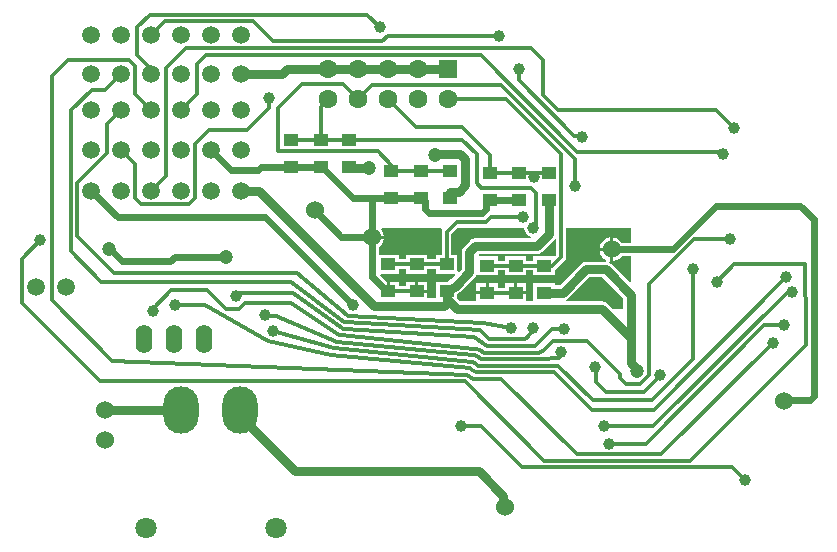
<source format=gbl>
G04*
G04 #@! TF.GenerationSoftware,Altium Limited,Altium Designer,21.8.1 (53)*
G04*
G04 Layer_Physical_Order=2*
G04 Layer_Color=16711680*
%FSLAX44Y44*%
%MOMM*%
G71*
G04*
G04 #@! TF.SameCoordinates,C4D929B5-7D41-4403-8FE4-D3E0D308529A*
G04*
G04*
G04 #@! TF.FilePolarity,Positive*
G04*
G01*
G75*
%ADD11C,0.3000*%
%ADD29R,1.3000X1.1000*%
%ADD35C,0.8000*%
%ADD36C,0.6000*%
%ADD40C,1.8000*%
%ADD41O,3.0000X4.0000*%
%ADD42C,1.6000*%
%ADD43R,1.6000X1.6000*%
%ADD44O,1.4000X2.4000*%
%ADD45C,1.5240*%
%ADD46C,1.5000*%
%ADD47C,1.0000*%
%ADD48C,1.2000*%
G36*
X925830Y942908D02*
X917791D01*
X917450Y943498D01*
X915558Y945390D01*
X913242Y946728D01*
X910658Y947420D01*
X910590D01*
Y937260D01*
Y927100D01*
X910658D01*
X913242Y927792D01*
X915558Y929130D01*
X917450Y931022D01*
X917791Y931611D01*
X925830D01*
Y909640D01*
X924657Y909154D01*
X908904Y924906D01*
X907538Y925955D01*
X907982Y927100D01*
X908050D01*
Y935990D01*
X899160D01*
Y935922D01*
X899852Y933338D01*
X901190Y931022D01*
X903082Y929130D01*
X905007Y928018D01*
X904591Y926792D01*
X904240Y926838D01*
X887984D01*
X886277Y926614D01*
X884686Y925955D01*
X883320Y924906D01*
X865370Y906956D01*
X861210D01*
Y908400D01*
X843130D01*
Y893056D01*
X837080D01*
Y899090D01*
X828040D01*
Y900360D01*
X826770D01*
Y908400D01*
X819000D01*
Y904479D01*
X812950D01*
Y908400D01*
X805180D01*
Y900360D01*
X803910D01*
Y899090D01*
X794870D01*
Y893056D01*
X780988D01*
X778660Y895385D01*
Y899463D01*
X781013Y900947D01*
X781577Y901415D01*
X782158Y901862D01*
X793588Y913292D01*
X794637Y914658D01*
X794911Y915320D01*
X812950D01*
Y919241D01*
X819000D01*
Y915320D01*
X837080D01*
Y919241D01*
X843130D01*
Y915320D01*
X861210D01*
Y919834D01*
X862128Y920447D01*
X869561Y927880D01*
X870454Y929216D01*
X870767Y930793D01*
Y955040D01*
X925830D01*
Y942908D01*
D02*
G37*
G36*
X765825Y953995D02*
X765804Y953770D01*
X765501Y952246D01*
Y932600D01*
X760580D01*
Y928679D01*
X757018D01*
X756666Y928749D01*
X753260D01*
Y932670D01*
X735180D01*
Y928749D01*
X729130D01*
Y932670D01*
X712234D01*
Y938782D01*
X712823Y939122D01*
X714715Y941014D01*
X716053Y943331D01*
X716745Y945915D01*
Y945982D01*
X706585D01*
Y948522D01*
X716745D01*
Y948590D01*
X716053Y951174D01*
X714715Y953491D01*
X714339Y953867D01*
X714825Y955040D01*
X765160D01*
X765825Y953995D01*
D02*
G37*
G36*
X862529Y945665D02*
Y932499D01*
X862144Y932114D01*
X861210Y931400D01*
Y931400D01*
X861210Y931400D01*
X843130D01*
Y927479D01*
X837080D01*
Y931400D01*
X819000D01*
Y927479D01*
X812950D01*
Y931400D01*
X797562D01*
X796928Y932670D01*
X797329Y933204D01*
X845820D01*
X847527Y933428D01*
X849118Y934087D01*
X850484Y935136D01*
X860644Y945296D01*
X861259Y946096D01*
X862529Y945665D01*
D02*
G37*
G36*
X835232Y954301D02*
X835746Y952384D01*
X836739Y950664D01*
X838142Y949260D01*
X839862Y948268D01*
X841302Y947882D01*
X841867Y946794D01*
X841895Y946484D01*
X841837Y946396D01*
X794004D01*
X792297Y946172D01*
X790706Y945513D01*
X789340Y944464D01*
X784260Y939384D01*
X783211Y938018D01*
X782552Y936427D01*
X782328Y934720D01*
Y920688D01*
X779833Y918194D01*
X778660Y918680D01*
Y932600D01*
X773739D01*
Y950540D01*
X778239Y955040D01*
X835232D01*
Y954301D01*
D02*
G37*
G36*
X756736Y920441D02*
X760580D01*
Y916520D01*
X776500D01*
X776986Y915347D01*
X773351Y911712D01*
X770002Y909600D01*
X760580D01*
Y896186D01*
X753260D01*
Y900360D01*
X744220D01*
Y901630D01*
X742950D01*
Y909670D01*
X735180D01*
Y905749D01*
X729130D01*
Y909670D01*
X721360D01*
Y901630D01*
X718820D01*
Y909888D01*
X713388Y915320D01*
X713914Y916590D01*
X729130D01*
Y920511D01*
X735180D01*
Y916590D01*
X753260D01*
Y920511D01*
X756384D01*
X756736Y920441D01*
D02*
G37*
G36*
X918980Y896174D02*
Y886460D01*
X910775D01*
X906110Y891124D01*
X904744Y892173D01*
X903153Y892832D01*
X901446Y893056D01*
X870878D01*
X870626Y894326D01*
X871400Y894647D01*
X872766Y895695D01*
X890716Y913646D01*
X901508D01*
X918980Y896174D01*
D02*
G37*
%LPC*%
G36*
X908050Y947420D02*
X907982D01*
X905398Y946728D01*
X903082Y945390D01*
X901190Y943498D01*
X899852Y941182D01*
X899160Y938598D01*
Y938530D01*
X908050D01*
Y947420D01*
D02*
G37*
G36*
X837080Y908400D02*
X829310D01*
Y901630D01*
X837080D01*
Y908400D01*
D02*
G37*
G36*
X802640D02*
X794870D01*
Y901630D01*
X802640D01*
Y908400D01*
D02*
G37*
G36*
X753260Y909670D02*
X745490D01*
Y902900D01*
X753260D01*
Y909670D01*
D02*
G37*
%LPD*%
D11*
X1073730Y868659D02*
G03*
X1073730Y868704I-3000J0D01*
G01*
X409956Y891794D02*
Y929354D01*
Y891794D02*
X476250Y825500D01*
X785114D01*
X539750Y890270D02*
X564778D01*
X565476Y889866D01*
X618555Y859132D01*
X582930Y886460D02*
X593918D01*
X536702Y902462D02*
X566928D01*
X582930Y886460D01*
X598998Y891540D02*
X638335D01*
X593918Y886460D02*
X598998Y891540D01*
X638335D02*
X678666Y864673D01*
X615950Y881380D02*
X616560Y880770D01*
X625450D01*
X591566Y897890D02*
X593701Y900025D01*
X640034D02*
X680927Y870284D01*
X593701Y900025D02*
X640034D01*
X674426Y853206D02*
X790995Y842036D01*
X622300Y868172D02*
X674426Y853206D01*
X833683Y752547D02*
X1011737D01*
X798690Y787540D02*
X833683Y752547D01*
X782180Y787540D02*
X798690D01*
X877741Y1033258D02*
X883172D01*
X830839Y1080160D02*
X877741Y1033258D01*
X883172D02*
X884174Y1032256D01*
X792906Y847419D02*
X795453Y846590D01*
X794794Y852901D02*
X797624Y852213D01*
X792975Y853116D02*
X794794Y852901D01*
X680646Y864297D02*
X792975Y853116D01*
X683478Y869710D02*
X793157Y862718D01*
X683210Y875853D02*
X683884Y875377D01*
X684302Y875250D01*
X681879Y869837D02*
X683478Y869710D01*
X789345Y836496D02*
X791286Y835227D01*
X792284Y847576D02*
X792906Y847419D01*
X797846Y868864D02*
X798214Y868495D01*
X680927Y870284D02*
X681879Y869837D01*
X486547Y842889D02*
X786967Y831040D01*
X792073Y827628D01*
X672226Y847617D02*
X789345Y836496D01*
X618555Y859132D02*
X672226Y847617D01*
X793157Y862718D02*
X803545Y855330D01*
X792073Y827628D02*
X792983Y827628D01*
X791286Y835227D02*
X794367Y833168D01*
X684302Y875250D02*
X797846Y868864D01*
X676561Y858872D02*
X792284Y847576D01*
X679405Y864477D02*
X680646Y864297D01*
X685471Y881484D02*
X686305Y880790D01*
X800140Y874404D02*
X824288Y870862D01*
X686305Y880790D02*
X800140Y874404D01*
X678666Y864673D02*
X679405Y864477D01*
X435356Y894080D02*
X486547Y842889D01*
X790995Y842036D02*
X793593Y840759D01*
X798214Y868495D02*
X805840Y860870D01*
X797624Y852213D02*
X801251Y849789D01*
X824288Y870862D02*
X824588D01*
X642874Y916940D02*
X685471Y881484D01*
X793593Y840759D02*
X796661Y838709D01*
X792983Y827628D02*
X815933Y827628D01*
X795453Y846590D02*
X798956Y844249D01*
X638256Y909692D02*
X683210Y875853D01*
X625450Y880770D02*
X676561Y858872D01*
X785114Y825500D02*
X852527Y758087D01*
X477402Y909692D02*
X638256D01*
X488188Y916940D02*
X642874D01*
X435356Y894080D02*
Y1083818D01*
X1073730Y856306D02*
Y868659D01*
X847210Y849789D02*
X851532Y850668D01*
X801251Y849789D02*
X847210D01*
X796661Y838709D02*
X864233Y838708D01*
X803545Y855330D02*
X844915Y855329D01*
X864479Y845127D02*
X866553Y847202D01*
X794367Y833168D02*
X860707Y833168D01*
X798956Y844249D02*
X849505D01*
X845794Y856208D02*
X859282Y869696D01*
X860707Y833168D02*
X893013Y800862D01*
X851532Y850668D02*
X860147Y859282D01*
X844915Y855329D02*
X845794Y856208D01*
X864233Y838708D02*
X893708Y809234D01*
X815933Y827628D02*
X816812Y826749D01*
X879934Y763628D01*
X849505Y844249D02*
X864479Y845127D01*
X936849Y816356D02*
X950516Y830024D01*
Y831010D01*
X903224Y787400D02*
X944626D01*
X906780Y772668D02*
X938104D01*
X978540Y844481D02*
Y920120D01*
X941324Y907542D02*
X979302Y945520D01*
X1010036D01*
X975511Y758087D02*
X1073730Y856306D01*
X1072896Y924560D02*
X1073730Y868704D01*
X944880Y800862D02*
X1057402Y913384D01*
X944626Y787400D02*
X1058672Y901446D01*
X1062228D01*
X1012952Y924560D02*
X1072896D01*
X852527Y758087D02*
X975511D01*
X1011737Y752547D02*
X1022604Y741680D01*
X896214Y824890D02*
Y836906D01*
X895350Y837770D02*
X896214Y836906D01*
X938104Y772668D02*
X1038564Y873128D01*
X879934Y763628D02*
X951588D01*
X893013Y800862D02*
X944880D01*
X951588Y763628D02*
X1045972Y858012D01*
X896214Y824890D02*
X904748Y816356D01*
X769620Y952246D02*
X778074Y960700D01*
X803035D02*
X807281Y964946D01*
X834136D01*
X778074Y960700D02*
X803035D01*
X842772Y955294D02*
X845312Y957834D01*
Y985266D01*
X836232Y860870D02*
X838353Y862991D01*
Y863533D01*
X843130Y868310D02*
Y870204D01*
X838353Y863533D02*
X843130Y868310D01*
X520700Y885190D02*
Y886460D01*
X536702Y902462D01*
X409956Y929354D02*
X425466Y944864D01*
X457090Y948038D02*
X488188Y916940D01*
X457090Y948038D02*
Y993140D01*
X719706Y1117600D02*
X814070D01*
X622918Y1113282D02*
X715388D01*
X719706Y1117600D01*
X841104Y1107330D02*
X851154Y1097280D01*
X532130Y1090820D02*
X548640Y1107330D01*
X841104D01*
X830839Y1080160D02*
Y1089401D01*
X830580Y1089660D02*
X830839Y1089401D01*
X866648Y930793D02*
Y1017817D01*
X878586Y990600D02*
Y1013714D01*
X880310Y1019825D02*
X1002269D01*
X820205Y1064260D02*
X866648Y1017817D01*
X706882Y1076452D02*
X815848D01*
X798435Y1101700D02*
X880310Y1019825D01*
X770890Y1064260D02*
X820205D01*
X815848Y1076452D02*
X878586Y1013714D01*
X566268Y1101700D02*
X798435D01*
X921578Y822960D02*
X933679D01*
X941324Y830605D01*
Y907542D01*
X904748Y816356D02*
X936849D01*
X893708Y809234D02*
X943293D01*
X916498Y828040D02*
X921578Y822960D01*
X888802Y859282D02*
X916498Y831586D01*
Y828040D02*
Y831586D01*
X860147Y859282D02*
X888802D01*
X830580Y1002100D02*
X847160D01*
X480630Y1072450D02*
X494030Y1085850D01*
X469201Y1072450D02*
X480630D01*
X451549Y1054799D02*
X469201Y1072450D01*
X451549Y935545D02*
Y1054799D01*
Y935545D02*
X477402Y909692D01*
X805840Y860870D02*
X836232D01*
X482346Y1043686D02*
X494030Y1055370D01*
X482346Y1018396D02*
Y1043686D01*
X457090Y993140D02*
X482346Y1018396D01*
X1002269Y1019825D02*
X1004062Y1018032D01*
X558546Y1093978D02*
X566268Y1101700D01*
X558546Y1069086D02*
Y1093978D01*
X544830Y1055370D02*
X558546Y1069086D01*
X505714D02*
X519430Y1055370D01*
X505714Y1069086D02*
Y1092200D01*
X500380Y1097534D02*
X505714Y1092200D01*
X449072Y1097534D02*
X500380D01*
X435356Y1083818D02*
X449072Y1097534D01*
X998220Y909828D02*
X1012952Y924560D01*
X943293Y809234D02*
X978540Y844481D01*
X997458Y1055116D02*
X1012698Y1039876D01*
X863718Y1055116D02*
X997458D01*
X851154Y1067680D02*
X863718Y1055116D01*
X851154Y1067680D02*
Y1097280D01*
X532130Y999490D02*
Y1090820D01*
X519430Y986790D02*
X532130Y999490D01*
X1038564Y873128D02*
X1055246D01*
X859282Y869696D02*
X869442D01*
X605790Y1130410D02*
X622918Y1113282D01*
X530970Y1130410D02*
X605790D01*
X519430Y1118870D02*
X530970Y1130410D01*
X702502Y1135950D02*
X712978Y1125474D01*
X518476Y1135950D02*
X702502D01*
X507746Y1125220D02*
X518476Y1135950D01*
X507746Y1101598D02*
Y1125220D01*
Y1101598D02*
X519430Y1089914D01*
Y1085850D02*
Y1089914D01*
X694690Y1064260D02*
X706882Y1076452D01*
X859215Y923360D02*
X866648Y930793D01*
X852170Y923360D02*
X859215D01*
X866553Y847202D02*
Y850138D01*
X681990Y1076960D02*
X694690Y1064260D01*
X647342Y1076960D02*
X681990D01*
X626872Y1056490D02*
X647342Y1076960D01*
X626872Y1020318D02*
Y1056490D01*
Y1020318D02*
X711200D01*
X722630Y1008888D01*
Y1003370D02*
Y1008888D01*
X494030Y1021080D02*
X505714Y1009396D01*
Y980440D02*
Y1009396D01*
Y980440D02*
X510904Y975250D01*
X551324D01*
X556514Y980440D01*
Y1026160D01*
X568706Y1038352D01*
X600710D01*
X618998Y1056640D01*
Y1065530D01*
X662940Y1029970D02*
Y1057910D01*
X669290Y1064260D01*
X841248Y989330D02*
X845312Y985266D01*
X799084Y989330D02*
X841248D01*
X795274Y993140D02*
X799084Y989330D01*
X795274Y993140D02*
Y1017524D01*
X782758Y1030040D02*
X795274Y1017524D01*
X687070Y1030040D02*
X782758D01*
X769620Y924560D02*
Y952246D01*
X806450Y1002170D02*
Y1016762D01*
X782710Y1040502D02*
X806450Y1016762D01*
X743848Y1040502D02*
X782710D01*
X720090Y1064260D02*
X743848Y1040502D01*
X843534Y998474D02*
X847160Y1002100D01*
X855980D01*
X803910Y923360D02*
X828040D01*
X852170D01*
X756736Y924560D02*
X769620D01*
X756666Y924630D02*
X756736Y924560D01*
X744220Y924630D02*
X756666D01*
X720090D02*
X744220D01*
X818458Y1002100D02*
X830580D01*
X818388Y1002170D02*
X818458Y1002100D01*
X806450Y1002170D02*
X818388D01*
X722630Y1003370D02*
X748030D01*
X772160D01*
X650126Y1029970D02*
X662940D01*
X649986Y1030110D02*
X650126Y1029970D01*
X637540Y1030110D02*
X649986D01*
X674948Y1030040D02*
X687070D01*
X674878Y1029970D02*
X674948Y1030040D01*
X662940Y1029970D02*
X674878D01*
X720090Y901630D02*
X744220D01*
X803910Y900360D02*
X828040D01*
D29*
X855980Y1002100D02*
D03*
Y979100D02*
D03*
X772160Y1003370D02*
D03*
Y980370D02*
D03*
X687070Y1030040D02*
D03*
Y1007040D02*
D03*
X769620Y924560D02*
D03*
Y901560D02*
D03*
X852170Y923360D02*
D03*
Y900360D02*
D03*
X803910D02*
D03*
Y923360D02*
D03*
X828040D02*
D03*
Y900360D02*
D03*
X744220Y924630D02*
D03*
Y901630D02*
D03*
X720090D02*
D03*
Y924630D02*
D03*
X748030Y1003370D02*
D03*
Y980370D02*
D03*
X722630D02*
D03*
Y1003370D02*
D03*
X830580Y1002100D02*
D03*
Y979100D02*
D03*
X806450Y979170D02*
D03*
Y1002170D02*
D03*
X637540Y1007110D02*
D03*
Y1030110D02*
D03*
X662940Y1029970D02*
D03*
Y1006970D02*
D03*
D35*
X901446Y886460D02*
X925576Y862330D01*
X778256Y886460D02*
X901446D01*
X769620Y895096D02*
X778256Y886460D01*
X796776Y749396D02*
X817498Y728673D01*
Y720472D02*
Y728673D01*
X641405Y749396D02*
X796776D01*
X817498Y720472D02*
X819150Y718820D01*
X595230Y795570D02*
X641405Y749396D01*
X595230Y795570D02*
Y800570D01*
X772160Y986028D02*
X779780D01*
X780682Y1018286D02*
X785368Y1013600D01*
X772682Y1018286D02*
X780682D01*
X785368Y991616D02*
Y1013600D01*
X760225Y1018035D02*
X772431D01*
X759460Y1017270D02*
X760225Y1018035D01*
X772431D02*
X772682Y1018286D01*
X687070Y1007040D02*
X687670Y1006440D01*
X702980D01*
X703580Y1005840D01*
X845820Y939800D02*
X855980Y949960D01*
Y979100D01*
X794004Y939800D02*
X845820D01*
X788924Y934720D02*
X794004Y939800D01*
X595630Y986790D02*
X610616D01*
X707817Y889589D02*
X767080D01*
X610616Y986790D02*
X707817Y889589D01*
X930910Y834390D02*
Y835472D01*
X925576Y840806D02*
X930910Y835472D01*
X925576Y840806D02*
Y862330D01*
X904240Y920242D02*
X925576Y898906D01*
Y862330D02*
Y898906D01*
X545080Y800720D02*
X545230Y800570D01*
X480060Y801370D02*
X480710Y800720D01*
X545080D01*
X769620Y895096D02*
Y901560D01*
Y892129D02*
Y895096D01*
X788924Y917956D02*
Y934720D01*
X777494Y906526D02*
X788924Y917956D01*
X769620Y901560D02*
X777494Y906526D01*
X779780Y986028D02*
X785368Y991616D01*
X772160Y980370D02*
Y986028D01*
X887984Y920242D02*
X904240D01*
X868102Y900360D02*
X887984Y920242D01*
X852170Y900360D02*
X868102D01*
X767080Y889589D02*
X769620Y892129D01*
X634238Y1089660D02*
X669290D01*
X630428Y1085850D02*
X634238Y1089660D01*
X595630Y1085850D02*
X630428D01*
X669290Y1089660D02*
X694690D01*
X745490D02*
X770890D01*
X694690D02*
X720090D01*
X745490D01*
D36*
X706585Y947252D02*
Y980370D01*
Y914135D02*
Y947252D01*
X615696Y964184D02*
X690050Y889830D01*
X491236Y964184D02*
X615696D01*
X1055370Y808990D02*
X1056127Y809747D01*
X1077255D02*
X1080770Y813262D01*
X1056127Y809747D02*
X1077255D01*
X1080770Y813262D02*
Y962660D01*
X1069285Y974145D02*
X1080770Y962660D01*
X997971Y974145D02*
X1069285D01*
X961086Y937260D02*
X997971Y974145D01*
X909320Y937260D02*
X961086D01*
X680222Y947918D02*
X691652D01*
X657860Y970280D02*
X680222Y947918D01*
X691652D02*
X706585Y947252D01*
X806450Y979170D02*
X818388D01*
X805450D02*
X806450D01*
X748030Y980370D02*
X749030D01*
X722630D02*
X748030D01*
X749030D02*
X751530Y977870D01*
Y971255D02*
Y977870D01*
X755045Y967740D02*
X799435D01*
X802950Y971255D01*
Y976670D01*
X751530Y971255D02*
X755045Y967740D01*
X802950Y976670D02*
X805450Y979170D01*
X706585Y980370D02*
X722630D01*
X690540D02*
X706585D01*
Y914135D02*
X719090Y901630D01*
X720090D01*
X662940Y1006970D02*
X663940D01*
X690540Y980370D01*
X637610Y1007040D02*
X662870D01*
X662940Y1006970D01*
X637540Y1007110D02*
X637610Y1007040D01*
X610370Y1004570D02*
X612910Y1007110D01*
X586740Y1004570D02*
X610370D01*
X612910Y1007110D02*
X637540D01*
X570230Y1021080D02*
X586740Y1004570D01*
X484763Y937260D02*
X494923Y927100D01*
X535587D01*
X483870Y937260D02*
X484763D01*
X539397Y930910D02*
X582930D01*
X535587Y927100D02*
X539397Y930910D01*
X468630Y986790D02*
X491236Y964184D01*
X818458Y979100D02*
X830580D01*
X818388Y979170D02*
X818458Y979100D01*
D40*
X624840Y701040D02*
D03*
X514840D02*
D03*
D41*
X544840Y801040D02*
D03*
X594840D02*
D03*
D42*
X669290Y1064260D02*
D03*
X694690D02*
D03*
X720090D02*
D03*
X745490D02*
D03*
X770890D02*
D03*
X669290Y1089660D02*
D03*
X694690D02*
D03*
X720090D02*
D03*
X745490D02*
D03*
D43*
X770890D02*
D03*
D44*
X563880Y861060D02*
D03*
X538480D02*
D03*
X513080D02*
D03*
D45*
X819150Y718820D02*
D03*
X1055370Y808990D02*
D03*
X706585Y947252D02*
D03*
X657860Y970280D02*
D03*
X909320Y937260D02*
D03*
X480060Y801370D02*
D03*
Y775970D02*
D03*
D46*
X570230Y986790D02*
D03*
Y1021080D02*
D03*
Y1055370D02*
D03*
Y1085850D02*
D03*
Y1118870D02*
D03*
X468630Y986790D02*
D03*
X544830D02*
D03*
X519430D02*
D03*
X494030D02*
D03*
X595630D02*
D03*
X468630Y1021080D02*
D03*
X544830D02*
D03*
X519430D02*
D03*
X494030D02*
D03*
X595630D02*
D03*
X468630Y1055370D02*
D03*
X544830D02*
D03*
X519430D02*
D03*
X494030D02*
D03*
X595630D02*
D03*
X447040Y905510D02*
D03*
X421640D02*
D03*
X468630Y1085850D02*
D03*
X544830D02*
D03*
X519430D02*
D03*
X494030D02*
D03*
X595630D02*
D03*
X468630Y1118870D02*
D03*
X595630D02*
D03*
X544830D02*
D03*
X519430D02*
D03*
X494030D02*
D03*
D47*
X615950Y881380D02*
D03*
X622300Y868172D02*
D03*
X690050Y889830D02*
D03*
X950516Y831010D02*
D03*
X906780Y772668D02*
D03*
X903224Y787400D02*
D03*
X978540Y920120D02*
D03*
X1057402Y913384D02*
D03*
X1062228Y901446D02*
D03*
X895350Y837770D02*
D03*
X842772Y955294D02*
D03*
X834136Y964946D02*
D03*
X843130Y870204D02*
D03*
X539750Y890270D02*
D03*
X520700Y885190D02*
D03*
X425466Y944864D02*
D03*
X814070Y1117600D02*
D03*
X830580Y1089660D02*
D03*
X824588Y870862D02*
D03*
X1004062Y1018032D02*
D03*
X1045972Y858012D02*
D03*
X998220Y909828D02*
D03*
X1012698Y1039876D02*
D03*
X1055246Y873128D02*
D03*
X591566Y897890D02*
D03*
X869442Y869696D02*
D03*
X884174Y1032256D02*
D03*
X1022604Y741680D02*
D03*
X782180Y787540D02*
D03*
X712978Y1125474D02*
D03*
X878586Y990600D02*
D03*
X1010036Y945520D02*
D03*
X866553Y850138D02*
D03*
X618998Y1065530D02*
D03*
X843534Y998474D02*
D03*
D48*
X759460Y1017270D02*
D03*
X703580Y1005840D02*
D03*
X483870Y937260D02*
D03*
X582930Y930910D02*
D03*
X930910Y834390D02*
D03*
M02*

</source>
